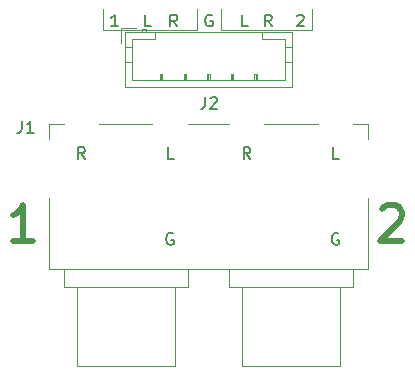
<source format=gbr>
G04 #@! TF.GenerationSoftware,KiCad,Pcbnew,(5.1.0)-1*
G04 #@! TF.CreationDate,2019-06-01T21:51:24-04:00*
G04 #@! TF.ProjectId,input,696e7075-742e-46b6-9963-61645f706362,rev?*
G04 #@! TF.SameCoordinates,Original*
G04 #@! TF.FileFunction,Legend,Top*
G04 #@! TF.FilePolarity,Positive*
%FSLAX46Y46*%
G04 Gerber Fmt 4.6, Leading zero omitted, Abs format (unit mm)*
G04 Created by KiCad (PCBNEW (5.1.0)-1) date 2019-06-01 21:51:24*
%MOMM*%
%LPD*%
G04 APERTURE LIST*
%ADD10C,0.500000*%
%ADD11C,0.120000*%
%ADD12C,0.150000*%
G04 APERTURE END LIST*
D10*
X161392857Y-113892857D02*
X161535714Y-113750000D01*
X161821428Y-113607142D01*
X162535714Y-113607142D01*
X162821428Y-113750000D01*
X162964285Y-113892857D01*
X163107142Y-114178571D01*
X163107142Y-114464285D01*
X162964285Y-114892857D01*
X161250000Y-116607142D01*
X163107142Y-116607142D01*
X131857142Y-116607142D02*
X130142857Y-116607142D01*
X131000000Y-116607142D02*
X131000000Y-113607142D01*
X130714285Y-114035714D01*
X130428571Y-114321428D01*
X130142857Y-114464285D01*
D11*
X137750000Y-98750000D02*
X137750000Y-97000000D01*
X145750000Y-98750000D02*
X137750000Y-98750000D01*
X145750000Y-97000000D02*
X145750000Y-98750000D01*
X147750000Y-98750000D02*
X147750000Y-97000000D01*
X155500000Y-98750000D02*
X147750000Y-98750000D01*
X155500000Y-97000000D02*
X155500000Y-98750000D01*
D12*
X154214285Y-97547619D02*
X154261904Y-97500000D01*
X154357142Y-97452380D01*
X154595238Y-97452380D01*
X154690476Y-97500000D01*
X154738095Y-97547619D01*
X154785714Y-97642857D01*
X154785714Y-97738095D01*
X154738095Y-97880952D01*
X154166666Y-98452380D01*
X154785714Y-98452380D01*
X139035714Y-98452380D02*
X138464285Y-98452380D01*
X138750000Y-98452380D02*
X138750000Y-97452380D01*
X138654761Y-97595238D01*
X138559523Y-97690476D01*
X138464285Y-97738095D01*
X147011904Y-97500000D02*
X146916666Y-97452380D01*
X146773809Y-97452380D01*
X146630952Y-97500000D01*
X146535714Y-97595238D01*
X146488095Y-97690476D01*
X146440476Y-97880952D01*
X146440476Y-98023809D01*
X146488095Y-98214285D01*
X146535714Y-98309523D01*
X146630952Y-98404761D01*
X146773809Y-98452380D01*
X146869047Y-98452380D01*
X147011904Y-98404761D01*
X147059523Y-98357142D01*
X147059523Y-98023809D01*
X146869047Y-98023809D01*
X144059523Y-98452380D02*
X143726190Y-97976190D01*
X143488095Y-98452380D02*
X143488095Y-97452380D01*
X143869047Y-97452380D01*
X143964285Y-97500000D01*
X144011904Y-97547619D01*
X144059523Y-97642857D01*
X144059523Y-97785714D01*
X144011904Y-97880952D01*
X143964285Y-97928571D01*
X143869047Y-97976190D01*
X143488095Y-97976190D01*
X152059523Y-98452380D02*
X151726190Y-97976190D01*
X151488095Y-98452380D02*
X151488095Y-97452380D01*
X151869047Y-97452380D01*
X151964285Y-97500000D01*
X152011904Y-97547619D01*
X152059523Y-97642857D01*
X152059523Y-97785714D01*
X152011904Y-97880952D01*
X151964285Y-97928571D01*
X151869047Y-97976190D01*
X151488095Y-97976190D01*
X150059523Y-98452380D02*
X149583333Y-98452380D01*
X149583333Y-97452380D01*
X141809523Y-98452380D02*
X141333333Y-98452380D01*
X141333333Y-97452380D01*
D11*
X158938000Y-106737000D02*
X160188000Y-106737000D01*
X151438000Y-106737000D02*
X155938000Y-106737000D01*
X144938000Y-106737000D02*
X148438000Y-106737000D01*
X137438000Y-106737000D02*
X141938000Y-106737000D01*
X134438000Y-106737000D02*
X133188000Y-106737000D01*
X133188000Y-107987000D02*
X133188000Y-106737000D01*
X160188000Y-107987000D02*
X160188000Y-106737000D01*
X148438000Y-118987000D02*
X144938000Y-118987000D01*
X133188000Y-118987000D02*
X134438000Y-118987000D01*
X133188000Y-112987000D02*
X133188000Y-118987000D01*
X160188000Y-118987000D02*
X158938000Y-118987000D01*
X160188000Y-112987000D02*
X160188000Y-118987000D01*
X148438000Y-120487000D02*
X158938000Y-120487000D01*
X144938000Y-120487000D02*
X134438000Y-120487000D01*
X157838000Y-127237000D02*
X157838000Y-120487000D01*
X149538000Y-127237000D02*
X157838000Y-127237000D01*
X149538000Y-120487000D02*
X149538000Y-127237000D01*
X143838000Y-127237000D02*
X135538000Y-127237000D01*
X143838000Y-120487000D02*
X143838000Y-127237000D01*
X135538000Y-120487000D02*
X135538000Y-127237000D01*
X143838000Y-118987000D02*
X135538000Y-118987000D01*
X139688000Y-118987000D02*
X143838000Y-118987000D01*
X134438000Y-118987000D02*
X134438000Y-120487000D01*
X144938000Y-118987000D02*
X134438000Y-118987000D01*
X144938000Y-118987000D02*
X144938000Y-120487000D01*
X139688000Y-118987000D02*
X144938000Y-118987000D01*
X158938000Y-118987000D02*
X158938000Y-120487000D01*
X148438000Y-118987000D02*
X148438000Y-120487000D01*
X158938000Y-118987000D02*
X148438000Y-118987000D01*
X153688000Y-118987000D02*
X158938000Y-118987000D01*
X139640000Y-98890000D02*
X139640000Y-103610000D01*
X139640000Y-103610000D02*
X153760000Y-103610000D01*
X153760000Y-103610000D02*
X153760000Y-98890000D01*
X153760000Y-98890000D02*
X139640000Y-98890000D01*
X141400000Y-98890000D02*
X141400000Y-98690000D01*
X141400000Y-98690000D02*
X141100000Y-98690000D01*
X141100000Y-98690000D02*
X141100000Y-98890000D01*
X141400000Y-98790000D02*
X141100000Y-98790000D01*
X142200000Y-98890000D02*
X142200000Y-99500000D01*
X142200000Y-99500000D02*
X140250000Y-99500000D01*
X140250000Y-99500000D02*
X140250000Y-103000000D01*
X140250000Y-103000000D02*
X153150000Y-103000000D01*
X153150000Y-103000000D02*
X153150000Y-99500000D01*
X153150000Y-99500000D02*
X151200000Y-99500000D01*
X151200000Y-99500000D02*
X151200000Y-98890000D01*
X139640000Y-100200000D02*
X140250000Y-100200000D01*
X139640000Y-101500000D02*
X140250000Y-101500000D01*
X153760000Y-100200000D02*
X153150000Y-100200000D01*
X153760000Y-101500000D02*
X153150000Y-101500000D01*
X142600000Y-103000000D02*
X142600000Y-102500000D01*
X142600000Y-102500000D02*
X142800000Y-102500000D01*
X142800000Y-102500000D02*
X142800000Y-103000000D01*
X142700000Y-103000000D02*
X142700000Y-102500000D01*
X144600000Y-103000000D02*
X144600000Y-102500000D01*
X144600000Y-102500000D02*
X144800000Y-102500000D01*
X144800000Y-102500000D02*
X144800000Y-103000000D01*
X144700000Y-103000000D02*
X144700000Y-102500000D01*
X146600000Y-103000000D02*
X146600000Y-102500000D01*
X146600000Y-102500000D02*
X146800000Y-102500000D01*
X146800000Y-102500000D02*
X146800000Y-103000000D01*
X146700000Y-103000000D02*
X146700000Y-102500000D01*
X148600000Y-103000000D02*
X148600000Y-102500000D01*
X148600000Y-102500000D02*
X148800000Y-102500000D01*
X148800000Y-102500000D02*
X148800000Y-103000000D01*
X148700000Y-103000000D02*
X148700000Y-102500000D01*
X150600000Y-103000000D02*
X150600000Y-102500000D01*
X150600000Y-102500000D02*
X150800000Y-102500000D01*
X150800000Y-102500000D02*
X150800000Y-103000000D01*
X150700000Y-103000000D02*
X150700000Y-102500000D01*
X140590000Y-98590000D02*
X139340000Y-98590000D01*
X139340000Y-98590000D02*
X139340000Y-99840000D01*
D12*
X130916666Y-106452380D02*
X130916666Y-107166666D01*
X130869047Y-107309523D01*
X130773809Y-107404761D01*
X130630952Y-107452380D01*
X130535714Y-107452380D01*
X131916666Y-107452380D02*
X131345238Y-107452380D01*
X131630952Y-107452380D02*
X131630952Y-106452380D01*
X131535714Y-106595238D01*
X131440476Y-106690476D01*
X131345238Y-106738095D01*
X157699904Y-115987000D02*
X157604666Y-115939380D01*
X157461809Y-115939380D01*
X157318952Y-115987000D01*
X157223714Y-116082238D01*
X157176095Y-116177476D01*
X157128476Y-116367952D01*
X157128476Y-116510809D01*
X157176095Y-116701285D01*
X157223714Y-116796523D01*
X157318952Y-116891761D01*
X157461809Y-116939380D01*
X157557047Y-116939380D01*
X157699904Y-116891761D01*
X157747523Y-116844142D01*
X157747523Y-116510809D01*
X157557047Y-116510809D01*
X143699904Y-115987000D02*
X143604666Y-115939380D01*
X143461809Y-115939380D01*
X143318952Y-115987000D01*
X143223714Y-116082238D01*
X143176095Y-116177476D01*
X143128476Y-116367952D01*
X143128476Y-116510809D01*
X143176095Y-116701285D01*
X143223714Y-116796523D01*
X143318952Y-116891761D01*
X143461809Y-116939380D01*
X143557047Y-116939380D01*
X143699904Y-116891761D01*
X143747523Y-116844142D01*
X143747523Y-116510809D01*
X143557047Y-116510809D01*
X150247523Y-109689380D02*
X149914190Y-109213190D01*
X149676095Y-109689380D02*
X149676095Y-108689380D01*
X150057047Y-108689380D01*
X150152285Y-108737000D01*
X150199904Y-108784619D01*
X150247523Y-108879857D01*
X150247523Y-109022714D01*
X150199904Y-109117952D01*
X150152285Y-109165571D01*
X150057047Y-109213190D01*
X149676095Y-109213190D01*
X157747523Y-109689380D02*
X157271333Y-109689380D01*
X157271333Y-108689380D01*
X143747523Y-109689380D02*
X143271333Y-109689380D01*
X143271333Y-108689380D01*
X136247523Y-109689380D02*
X135914190Y-109213190D01*
X135676095Y-109689380D02*
X135676095Y-108689380D01*
X136057047Y-108689380D01*
X136152285Y-108737000D01*
X136199904Y-108784619D01*
X136247523Y-108879857D01*
X136247523Y-109022714D01*
X136199904Y-109117952D01*
X136152285Y-109165571D01*
X136057047Y-109213190D01*
X135676095Y-109213190D01*
X146416666Y-104452380D02*
X146416666Y-105166666D01*
X146369047Y-105309523D01*
X146273809Y-105404761D01*
X146130952Y-105452380D01*
X146035714Y-105452380D01*
X146845238Y-104547619D02*
X146892857Y-104500000D01*
X146988095Y-104452380D01*
X147226190Y-104452380D01*
X147321428Y-104500000D01*
X147369047Y-104547619D01*
X147416666Y-104642857D01*
X147416666Y-104738095D01*
X147369047Y-104880952D01*
X146797619Y-105452380D01*
X147416666Y-105452380D01*
M02*

</source>
